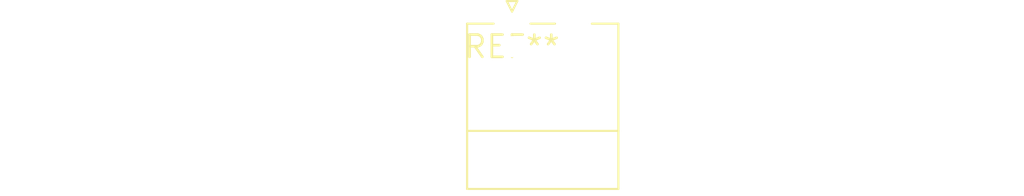
<source format=kicad_pcb>
(kicad_pcb (version 20240108) (generator pcbnew)
  (layers (0 "F.Cu" signal) (31 "B.Cu" signal) (34 "B.Paste" user) (35 "F.Paste" user) (36 "B.SilkS" user "B.Silkscreen") (37 "F.SilkS" user "F.Silkscreen") (38 "B.Mask" user) (39 "F.Mask" user) (44 "Edge.Cuts" user))
  (net 0 "")
  (footprint "PhoenixContact_MC_1,5_2-G-3.5_1x02_P3.50mm_Horizontal" (layer "F.Cu") (at 0 0)
    (property "Reference" "REF**")
    (property "Value" "PhoenixContact_MC_1,5_2-G-3.5_1x02_P3.50mm_Horizontal")
    (fp_line (start -2.56 -1.31) (end -2.56 8.11) (layer "F.SilkS") (stroke (width 0.12)))
    (fp_line (start -2.56 -1.31) (end -1.05 -1.31) (layer "F.SilkS") (stroke (width 0.12)))
    (fp_line (start -2.56 4.8) (end 6.06 4.8) (layer "F.SilkS") (stroke (width 0.12)))
    (fp_line (start -2.56 8.11) (end 6.06 8.11) (layer "F.SilkS") (stroke (width 0.12)))
    (fp_line (start -0.3 -2.6) (end 0.3 -2.6) (layer "F.SilkS") (stroke (width 0.12)))
    (fp_line (start 0 -2) (end -0.3 -2.6) (layer "F.SilkS") (stroke (width 0.12)))
    (fp_line (start 0.3 -2.6) (end 0 -2) (layer "F.SilkS") (stroke (width 0.12)))
    (fp_line (start 1.05 -1.31) (end 2.45 -1.31) (layer "F.SilkS") (stroke (width 0.12)))
    (fp_line (start 6.06 -1.31) (end 4.55 -1.31) (layer "F.SilkS") (stroke (width 0.12)))
    (fp_line (start 6.06 8.11) (end 6.06 -1.31) (layer "F.SilkS") (stroke (width 0.12)))
    (pad "1" thru_hole roundrect (at 0 0) (size 1.8 3.6) (drill 1.2) (layers *.Cu *.Mask) (remove_unused_layers) (roundrect_rratio 0.138889))
    (pad "2" thru_hole oval (at 3.5 0) (size 1.8 3.6) (drill 1.2) (layers *.Cu *.Mask) (remove_unused_layers))
  )
)
</source>
